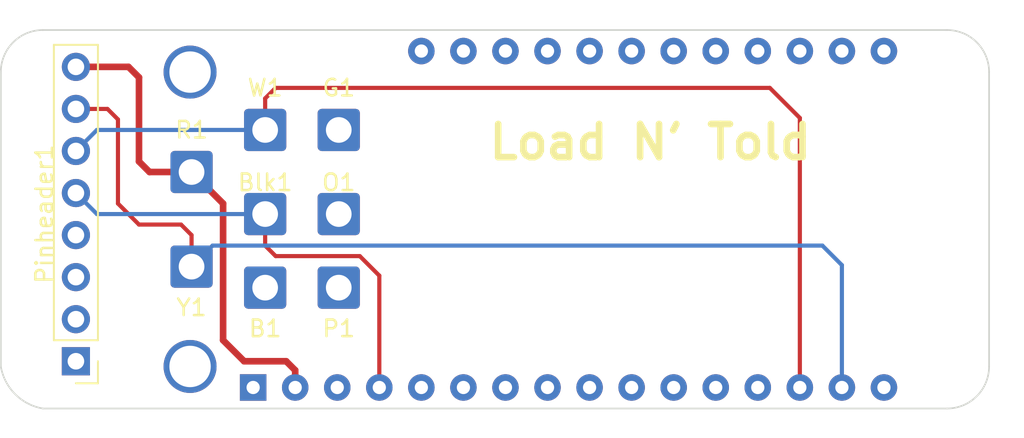
<source format=kicad_pcb>
(kicad_pcb (version 20221018) (generator pcbnew)
  (layers (0 "F.Cu" signal) (31 "B.Cu" signal) (34 "B.Paste" user) (35 "F.Paste" user) (36 "B.SilkS" user "B.Silkscreen") (37 "F.SilkS" user "F.Silkscreen") (38 "B.Mask" user) (39 "F.Mask" user) (44 "Edge.Cuts" user))
  (net 0 "")
  (net 25 "/Yellow")
  (net 26 "/White")
  (net 27 "/Black")
  (net 28 "/Red")
  (net 29 "/Blue")
  (net 30 "/Green")
  (net 31 "/Orange")
  (net 32 "/Purple")
  (footprint "Connector_Wire:SolderWire-0.75sqmm_1x01_D1.25mm_OD2.3mm" (layer "F.Cu") (at 165.1 99.695 180)
    (fp_text reference "W1" (at 0 2.54) (layer "F.SilkS"))
    (fp_text value "Conn_01x01" hide)
    (pad "1" thru_hole roundrect (at 0 0 180) (size 2.55 2.55) (drill 1.55) (layers "*.Cu" "*.Mask") (roundrect_rratio 0.098039) (net 26 "/White"))
  )
  (footprint "Module:Adafruit_Feather_WithMountingHoles" (layer "F.Cu") (at 164.375 115.25 90)
    (fp_text reference "A1" hide)
    (fp_text value "Adafruit_Feather_HUZZAH_ESP8266")
    (fp_line (start -1.27 -12.7) (end -1.27 41.91) (stroke (width 0.1)) (layer "Edge.Cuts"))
    (fp_line (start 1.27 44.45) (end 19.05 44.45) (stroke (width 0.1)) (layer "Edge.Cuts"))
    (fp_line (start 19.05 -15.24) (end 1.27 -15.24) (stroke (width 0.1)) (layer "Edge.Cuts"))
    (fp_line (start 21.59 41.91) (end 21.59 -12.7) (stroke (width 0.1)) (layer "Edge.Cuts"))
    (fp_arc (start -1.269999 -12.7) (mid -0.403653 -14.373653) (end 1.27 -15.239999) (stroke (width 0.1)) (layer "Edge.Cuts"))
    (fp_arc (start 1.27 44.450002) (mid -0.526052 43.706052) (end -1.27 41.91) (stroke (width 0.1)) (layer "Edge.Cuts"))
    (fp_arc (start 19.05 -15.24) (mid 20.846051 -14.496051) (end 21.59 -12.7) (stroke (width 0.1)) (layer "Edge.Cuts"))
    (fp_arc (start 21.59 41.91) (mid 20.846051 43.706051) (end 19.05 44.45) (stroke (width 0.1)) (layer "Edge.Cuts"))
    (pad "" np_thru_hole circle (at 1.27 -3.81) (size 3.2 3.2) (drill 2.5) (layers "*.Cu" "*.Mask"))
    (pad "" np_thru_hole circle (at 1.27 41.91) (size 2.54 2.54) (drill 2.54) (layers "*.Cu" "*.Mask"))
    (pad "" np_thru_hole circle (at 19.05 -3.81) (size 3.2 3.2) (drill 2.5) (layers "*.Cu" "*.Mask"))
    (pad "" np_thru_hole circle (at 19.05 41.91) (size 2.54 2.54) (drill 2.54) (layers "*.Cu" "*.Mask"))
    (pad "1" thru_hole rect (at 0 0 270) (size 1.6 1.6) (drill 0.8) (layers "*.Cu" "*.Mask"))
    (pad "2" thru_hole circle (at 0 2.54 270) (size 1.6 1.6) (drill 0.8) (layers "*.Cu" "*.Mask") (net 28 "/Red"))
    (pad "3" thru_hole circle (at 0 5.08 270) (size 1.6 1.6) (drill 0.8) (layers "*.Cu" "*.Mask"))
    (pad "4" thru_hole circle (at 0 7.62 270) (size 1.6 1.6) (drill 0.8) (layers "*.Cu" "*.Mask") (net 27 "/Black"))
    (pad "5" thru_hole circle (at 0 10.16 270) (size 1.6 1.6) (drill 0.8) (layers "*.Cu" "*.Mask"))
    (pad "6" thru_hole circle (at 0 12.7 270) (size 1.6 1.6) (drill 0.8) (layers "*.Cu" "*.Mask"))
    (pad "7" thru_hole circle (at 0 15.24 270) (size 1.6 1.6) (drill 0.8) (layers "*.Cu" "*.Mask"))
    (pad "8" thru_hole circle (at 0 17.78 270) (size 1.6 1.6) (drill 0.8) (layers "*.Cu" "*.Mask"))
    (pad "9" thru_hole circle (at 0 20.32 270) (size 1.6 1.6) (drill 0.8) (layers "*.Cu" "*.Mask"))
    (pad "10" thru_hole circle (at 0 22.86 270) (size 1.6 1.6) (drill 0.8) (layers "*.Cu" "*.Mask"))
    (pad "11" thru_hole circle (at 0 25.4 270) (size 1.6 1.6) (drill 0.8) (layers "*.Cu" "*.Mask"))
    (pad "12" thru_hole circle (at 0 27.94 270) (size 1.6 1.6) (drill 0.8) (layers "*.Cu" "*.Mask"))
    (pad "13" thru_hole circle (at 0 30.48 270) (size 1.6 1.6) (drill 0.8) (layers "*.Cu" "*.Mask"))
    (pad "14" thru_hole circle (at 0 33.02 270) (size 1.6 1.6) (drill 0.8) (layers "*.Cu" "*.Mask") (net 26 "/White"))
    (pad "15" thru_hole circle (at 0 35.56 270) (size 1.6 1.6) (drill 0.8) (layers "*.Cu" "*.Mask") (net 25 "/Yellow"))
    (pad "16" thru_hole circle (at 0 38.1 270) (size 1.6 1.6) (drill 0.8) (layers "*.Cu" "*.Mask"))
    (pad "17" thru_hole circle (at 20.32 38.1 270) (size 1.6 1.6) (drill 0.8) (layers "*.Cu" "*.Mask"))
    (pad "18" thru_hole circle (at 20.32 35.56 270) (size 1.6 1.6) (drill 0.8) (layers "*.Cu" "*.Mask"))
    (pad "19" thru_hole circle (at 20.32 33.02 270) (size 1.6 1.6) (drill 0.8) (layers "*.Cu" "*.Mask"))
    (pad "20" thru_hole circle (at 20.32 30.48 270) (size 1.6 1.6) (drill 0.8) (layers "*.Cu" "*.Mask"))
    (pad "21" thru_hole circle (at 20.32 27.94 270) (size 1.6 1.6) (drill 0.8) (layers "*.Cu" "*.Mask"))
    (pad "22" thru_hole circle (at 20.32 25.4 270) (size 1.6 1.6) (drill 0.8) (layers "*.Cu" "*.Mask"))
    (pad "23" thru_hole circle (at 20.32 22.86 270) (size 1.6 1.6) (drill 0.8) (layers "*.Cu" "*.Mask"))
    (pad "24" thru_hole circle (at 20.32 20.32 270) (size 1.6 1.6) (drill 0.8) (layers "*.Cu" "*.Mask"))
    (pad "25" thru_hole circle (at 20.32 17.78 270) (size 1.6 1.6) (drill 0.8) (layers "*.Cu" "*.Mask"))
    (pad "26" thru_hole circle (at 20.32 15.24 270) (size 1.6 1.6) (drill 0.8) (layers "*.Cu" "*.Mask"))
    (pad "27" thru_hole circle (at 20.32 12.7 270) (size 1.6 1.6) (drill 0.8) (layers "*.Cu" "*.Mask"))
    (pad "28" thru_hole circle (at 20.32 10.16 270) (size 1.6 1.6) (drill 0.8) (layers "*.Cu" "*.Mask"))
  )
  (footprint "Connector_Wire:SolderWire-0.75sqmm_1x01_D1.25mm_OD2.3mm" (layer "F.Cu") (at 169.545 99.695 180)
    (fp_text reference "G1" (at 0 2.54) (layer "F.SilkS"))
    (fp_text value "Conn_01x01" hide)
    (pad "1" thru_hole roundrect (at 0 0 180) (size 2.55 2.55) (drill 1.55) (layers "*.Cu" "*.Mask") (roundrect_rratio 0.098039) (net 30 "/Green"))
  )
  (footprint "Connector_PinHeader_2.54mm:PinHeader_1x08_P2.54mm_Vertical" (layer "F.Cu") (at 153.67 113.665 180)
    (fp_text reference "Pinheader1" (at 1.905 8.89 90) (layer "F.SilkS"))
    (fp_text value "Conn_01x08_Pin" hide)
    (fp_line (start -1.33 -1.33) (end 0 -1.33) (stroke (width 0.12)) (layer "F.SilkS"))
    (fp_line (start -1.33 0) (end -1.33 -1.33) (stroke (width 0.12)) (layer "F.SilkS"))
    (fp_line (start -1.33 1.27) (end -1.33 19.11) (stroke (width 0.12)) (layer "F.SilkS"))
    (fp_line (start -1.33 1.27) (end 1.33 1.27) (stroke (width 0.12)) (layer "F.SilkS"))
    (fp_line (start -1.33 19.11) (end 1.33 19.11) (stroke (width 0.12)) (layer "F.SilkS"))
    (fp_line (start 1.33 1.27) (end 1.33 19.11) (stroke (width 0.12)) (layer "F.SilkS"))
    (pad "1" thru_hole rect (at 0 0 180) (size 1.7 1.7) (drill 1) (layers "*.Cu" "*.Mask") (net 32 "/Purple"))
    (pad "2" thru_hole oval (at 0 2.54 180) (size 1.7 1.7) (drill 1) (layers "*.Cu" "*.Mask") (net 31 "/Orange"))
    (pad "3" thru_hole oval (at 0 5.08 180) (size 1.7 1.7) (drill 1) (layers "*.Cu" "*.Mask") (net 30 "/Green"))
    (pad "4" thru_hole oval (at 0 7.62 180) (size 1.7 1.7) (drill 1) (layers "*.Cu" "*.Mask") (net 29 "/Blue"))
    (pad "5" thru_hole oval (at 0 10.16 180) (size 1.7 1.7) (drill 1) (layers "*.Cu" "*.Mask") (net 27 "/Black"))
    (pad "6" thru_hole oval (at 0 12.7 180) (size 1.7 1.7) (drill 1) (layers "*.Cu" "*.Mask") (net 26 "/White"))
    (pad "7" thru_hole oval (at 0 15.24 180) (size 1.7 1.7) (drill 1) (layers "*.Cu" "*.Mask") (net 25 "/Yellow"))
    (pad "8" thru_hole oval (at 0 17.78 180) (size 1.7 1.7) (drill 1) (layers "*.Cu" "*.Mask") (net 28 "/Red"))
  )
  (footprint "Connector_Wire:SolderWire-0.75sqmm_1x01_D1.25mm_OD2.3mm" (layer "F.Cu") (at 165.1 109.22 180)
    (fp_text reference "B1" (at 0 -2.47) (layer "F.SilkS"))
    (fp_text value "Conn_01x01" hide)
    (pad "1" thru_hole roundrect (at 0 0 180) (size 2.55 2.55) (drill 1.55) (layers "*.Cu" "*.Mask") (roundrect_rratio 0.098039) (net 29 "/Blue"))
  )
  (footprint "Connector_Wire:SolderWire-0.75sqmm_1x01_D1.25mm_OD2.3mm" (layer "F.Cu") (at 165.1 104.775 180)
    (fp_text reference "Blk1" (at 0 1.905) (layer "F.SilkS"))
    (fp_text value "Conn_01x01" hide)
    (pad "1" thru_hole roundrect (at 0 0 180) (size 2.55 2.55) (drill 1.55) (layers "*.Cu" "*.Mask") (roundrect_rratio 0.098039) (net 27 "/Black"))
  )
  (footprint "Connector_Wire:SolderWire-0.75sqmm_1x01_D1.25mm_OD2.3mm" (layer "F.Cu") (at 160.655 102.235 180)
    (fp_text reference "R1" (at 0 2.54) (layer "F.SilkS"))
    (fp_text value "Conn_01x01" hide)
    (pad "1" thru_hole roundrect (at 0 0 180) (size 2.55 2.55) (drill 1.55) (layers "*.Cu" "*.Mask") (roundrect_rratio 0.098039) (net 28 "/Red"))
  )
  (footprint "Connector_Wire:SolderWire-0.75sqmm_1x01_D1.25mm_OD2.3mm" (layer "F.Cu") (at 160.655 107.95 180)
    (fp_text reference "Y1" (at 0 -2.47) (layer "F.SilkS"))
    (fp_text value "Conn_01x01" hide)
    (pad "1" thru_hole roundrect (at 0 0 180) (size 2.55 2.55) (drill 1.55) (layers "*.Cu" "*.Mask") (roundrect_rratio 0.098039) (net 25 "/Yellow"))
  )
  (footprint "Connector_Wire:SolderWire-0.75sqmm_1x01_D1.25mm_OD2.3mm" (layer "F.Cu") (at 169.545 109.22 180)
    (fp_text reference "P1" (at 0 -2.47) (layer "F.SilkS"))
    (fp_text value "Conn_01x01" hide)
    (pad "1" thru_hole roundrect (at 0 0 180) (size 2.55 2.55) (drill 1.55) (layers "*.Cu" "*.Mask") (roundrect_rratio 0.098039) (net 32 "/Purple"))
  )
  (footprint "Connector_Wire:SolderWire-0.75sqmm_1x01_D1.25mm_OD2.3mm" (layer "F.Cu") (at 169.545 104.775 180)
    (fp_text reference "O1" (at 0 1.905) (layer "F.SilkS"))
    (fp_text value "Conn_01x01" hide)
    (pad "1" thru_hole roundrect (at 0 0 180) (size 2.55 2.55) (drill 1.55) (layers "*.Cu" "*.Mask") (roundrect_rratio 0.098039) (net 31 "/Orange"))
  )
  (gr_text "Load N' Told" (at 178.435 101.6) (layer "F.SilkS") (effects (font (size 2 2) (thickness 0.4) bold) (justify left bottom)))
  (segment (start 160.655 106.045) (end 160.655 107.95) (width 0.25) (layer "F.Cu") (net 25))
  (segment (start 155.575 98.425) (end 156.21 99.06) (width 0.25) (layer "F.Cu") (net 25))
  (segment (start 157.48 105.41) (end 160.02 105.41) (width 0.25) (layer "F.Cu") (net 25))
  (segment (start 156.21 99.06) (end 156.21 104.14) (width 0.25) (layer "F.Cu") (net 25))
  (segment (start 156.21 104.14) (end 157.48 105.41) (width 0.25) (layer "F.Cu") (net 25))
  (segment (start 160.02 105.41) (end 160.655 106.045) (width 0.25) (layer "F.Cu") (net 25))
  (segment (start 153.67 98.425) (end 155.575 98.425) (width 0.25) (layer "F.Cu") (net 25))
  (segment (start 161.925 106.68) (end 198.755 106.68) (width 0.25) (layer "B.Cu") (net 25))
  (segment (start 199.935 107.86) (end 199.935 115.25) (width 0.25) (layer "B.Cu") (net 25))
  (segment (start 160.655 107.95) (end 161.925 106.68) (width 0.25) (layer "B.Cu") (net 25))
  (segment (start 198.755 106.68) (end 199.935 107.86) (width 0.25) (layer "B.Cu") (net 25))
  (segment (start 165.1 97.79) (end 165.735 97.155) (width 0.25) (layer "F.Cu") (net 26))
  (segment (start 197.395 98.97) (end 197.395 115.25) (width 0.25) (layer "F.Cu") (net 26))
  (segment (start 195.58 97.155) (end 197.395 98.97) (width 0.25) (layer "F.Cu") (net 26))
  (segment (start 165.735 97.155) (end 195.58 97.155) (width 0.25) (layer "F.Cu") (net 26))
  (segment (start 165.1 99.695) (end 165.1 97.79) (width 0.25) (layer "F.Cu") (net 26))
  (segment (start 154.94 99.695) (end 165.1 99.695) (width 0.25) (layer "B.Cu") (net 26))
  (segment (start 153.67 100.965) (end 154.94 99.695) (width 0.25) (layer "B.Cu") (net 26))
  (segment (start 171.995 108.495) (end 171.995 115.25) (width 0.25) (layer "F.Cu") (net 27))
  (segment (start 165.1 106.68) (end 165.735 107.315) (width 0.25) (layer "F.Cu") (net 27))
  (segment (start 165.735 107.315) (end 170.815 107.315) (width 0.25) (layer "F.Cu") (net 27))
  (segment (start 165.1 104.775) (end 165.1 106.68) (width 0.25) (layer "F.Cu") (net 27))
  (segment (start 170.815 107.315) (end 171.995 108.495) (width 0.25) (layer "F.Cu") (net 27))
  (segment (start 153.67 103.505) (end 154.94 104.775) (width 0.25) (layer "B.Cu") (net 27))
  (segment (start 154.94 104.775) (end 165.1 104.775) (width 0.25) (layer "B.Cu") (net 27))
  (segment (start 157.48 101.6) (end 158.115 102.235) (width 0.4) (layer "F.Cu") (net 28))
  (segment (start 156.845 95.885) (end 157.48 96.52) (width 0.4) (layer "F.Cu") (net 28))
  (segment (start 163.83 113.665) (end 166.37 113.665) (width 0.4) (layer "F.Cu") (net 28))
  (segment (start 162.56 104.14) (end 162.56 112.395) (width 0.4) (layer "F.Cu") (net 28))
  (segment (start 157.48 96.52) (end 157.48 101.6) (width 0.4) (layer "F.Cu") (net 28))
  (segment (start 158.115 102.235) (end 160.655 102.235) (width 0.4) (layer "F.Cu") (net 28))
  (segment (start 166.37 113.665) (end 166.915 114.21) (width 0.4) (layer "F.Cu") (net 28))
  (segment (start 153.67 95.885) (end 156.845 95.885) (width 0.4) (layer "F.Cu") (net 28))
  (segment (start 162.56 112.395) (end 163.83 113.665) (width 0.4) (layer "F.Cu") (net 28))
  (segment (start 160.655 102.235) (end 162.56 104.14) (width 0.4) (layer "F.Cu") (net 28))
  (segment (start 166.915 114.21) (end 166.915 115.25) (width 0.4) (layer "F.Cu") (net 28))
)
</source>
